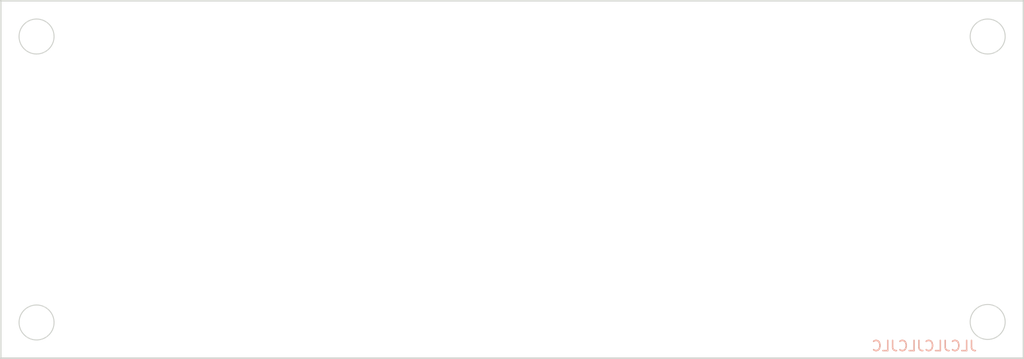
<source format=kicad_pcb>
(kicad_pcb (version 20211014) (generator pcbnew)

  (general
    (thickness 1.6)
  )

  (paper "A4")
  (layers
    (0 "F.Cu" signal)
    (31 "B.Cu" signal)
    (32 "B.Adhes" user "B.Adhesive")
    (33 "F.Adhes" user "F.Adhesive")
    (34 "B.Paste" user)
    (35 "F.Paste" user)
    (36 "B.SilkS" user "B.Silkscreen")
    (37 "F.SilkS" user "F.Silkscreen")
    (38 "B.Mask" user)
    (39 "F.Mask" user)
    (40 "Dwgs.User" user "User.Drawings")
    (41 "Cmts.User" user "User.Comments")
    (42 "Eco1.User" user "User.Eco1")
    (43 "Eco2.User" user "User.Eco2")
    (44 "Edge.Cuts" user)
    (45 "Margin" user)
    (46 "B.CrtYd" user "B.Courtyard")
    (47 "F.CrtYd" user "F.Courtyard")
    (48 "B.Fab" user)
    (49 "F.Fab" user)
    (50 "User.1" user)
    (51 "User.2" user)
    (52 "User.3" user)
    (53 "User.4" user)
    (54 "User.5" user)
    (55 "User.6" user)
    (56 "User.7" user)
    (57 "User.8" user)
    (58 "User.9" user)
  )

  (setup
    (pad_to_mask_clearance 0)
    (pcbplotparams
      (layerselection 0x00010fc_ffffffff)
      (disableapertmacros false)
      (usegerberextensions false)
      (usegerberattributes true)
      (usegerberadvancedattributes true)
      (creategerberjobfile true)
      (svguseinch false)
      (svgprecision 6)
      (excludeedgelayer true)
      (plotframeref false)
      (viasonmask false)
      (mode 1)
      (useauxorigin false)
      (hpglpennumber 1)
      (hpglpenspeed 20)
      (hpglpendiameter 15.000000)
      (dxfpolygonmode true)
      (dxfimperialunits true)
      (dxfusepcbnewfont true)
      (psnegative false)
      (psa4output false)
      (plotreference true)
      (plotvalue true)
      (plotinvisibletext false)
      (sketchpadsonfab false)
      (subtractmaskfromsilk false)
      (outputformat 1)
      (mirror false)
      (drillshape 0)
      (scaleselection 1)
      (outputdirectory "back_panel")
    )
  )

  (net 0 "")

  (gr_line (start 181.65 144.75) (end 81.65 144.75) (layer "Edge.Cuts") (width 0.15) (tstamp 4741c70c-a80d-492c-8ef1-ae8f707df09b))
  (gr_circle (center 178.15 113.25) (end 179.85 113.05) (layer "Edge.Cuts") (width 0.1) (fill none) (tstamp 5ba42875-9d00-47b4-afd8-fcd05636c058))
  (gr_circle (center 85.15 141.25) (end 86.85 141.05) (layer "Edge.Cuts") (width 0.1) (fill none) (tstamp 87c5a91a-6d6d-4436-941f-f902f73712a3))
  (gr_line (start 81.65 109.75) (end 181.65 109.75) (layer "Edge.Cuts") (width 0.15) (tstamp a0d946db-70cd-4f06-bac9-a39d386c4979))
  (gr_circle (center 85.15 113.25) (end 86.85 113.05) (layer "Edge.Cuts") (width 0.1) (fill none) (tstamp da4aaf10-19ff-4553-871a-f9efd75f1742))
  (gr_line (start 181.65 109.75) (end 181.65 144.75) (layer "Edge.Cuts") (width 0.15) (tstamp df1bfd07-f345-4276-a29f-75b983bb810b))
  (gr_circle (center 178.15 141.2) (end 179.85 141) (layer "Edge.Cuts") (width 0.1) (fill none) (tstamp f4799c6a-5da3-45f3-ac87-85b7c0183f2d))
  (gr_line (start 81.65 144.75) (end 81.65 109.75) (layer "Edge.Cuts") (width 0.15) (tstamp fe5c8ed3-6d2c-4b27-8757-fad194a56eb8))
  (gr_text "JLCJLCJLCJLC" (at 171.95 143.55) (layer "B.SilkS") (tstamp 08ed9e49-b01b-4150-a48e-076f20ce2c5f)
    (effects (font (size 1 1) (thickness 0.15)) (justify mirror))
  )

)

</source>
